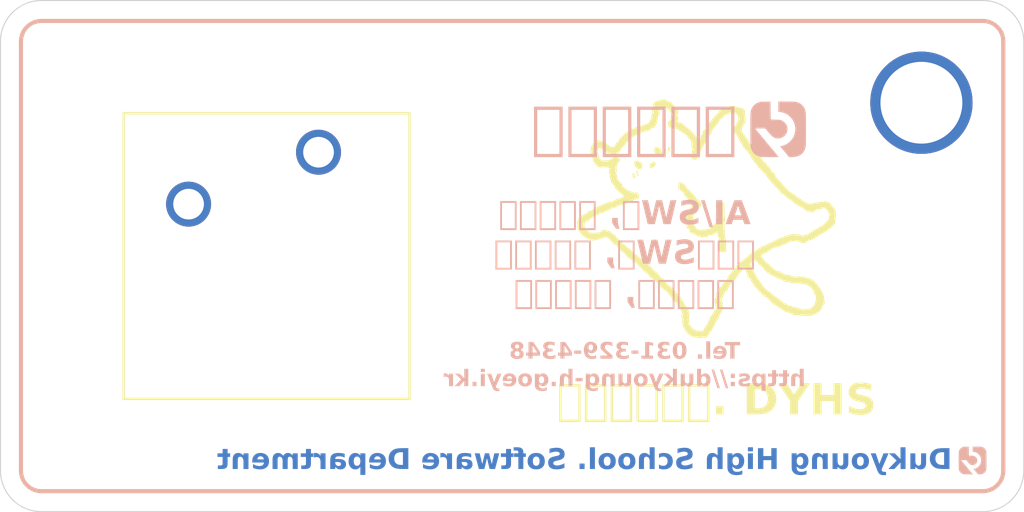
<source format=kicad_pcb>
(kicad_pcb (version 20240108) (generator "pcbnew") (generator_version "8.0")
  (layers (0 "F.Cu" signal) (31 "B.Cu" signal) (34 "B.Paste" user) (35 "F.Paste" user) (36 "B.SilkS" user "B.Silkscreen") (37 "F.SilkS" user "F.Silkscreen") (38 "B.Mask" user) (39 "F.Mask" user) (44 "Edge.Cuts" user))
  (net 0 "")
  (footprint "LOGO" (layer "F.Cu") (at 165.739428 104)
    (property "Reference" "G***" (hide yes))
    (property "Value" "LOGO" (hide yes))
  )
  (footprint "Button_Switch_Keyboard:SW_Cherry_MX_1.00u_PCB" (layer "F.Cu") (at 147.54 99.42)
    (property "Reference" "SW1" (hide yes))
    (property "Value" "SW_Push" (hide yes))
    (pad "" np_thru_hole circle (at -7.62 5.08) (size 1.7 1.7) (drill 1.7) (layers "*.Cu" "*.Mask"))
    (pad "" np_thru_hole circle (at -2.54 5.08) (size 4 4) (drill 4) (layers "*.Cu" "*.Mask"))
    (pad "" np_thru_hole circle (at 2.54 5.08) (size 1.7 1.7) (drill 1.7) (layers "*.Cu" "*.Mask"))
    (pad "1" thru_hole circle (at 0 0) (size 2.2 2.2) (drill 1.5) (layers "*.Cu" "*.Mask"))
    (pad "2" thru_hole circle (at -6.35 2.54) (size 2.2 2.2) (drill 1.5) (layers "*.Cu" "*.Mask"))
  )
  (footprint "LOGO" (layer "B.Cu") (at 170 98.3 180)
    (property "Reference" "G***" (hide yes))
    (property "Value" "LOGO" (hide yes))
  )
  (footprint "LOGO" (layer "B.Cu") (at 179.5 114.5 180)
    (property "Reference" "G***" (hide yes))
    (property "Value" "LOGO" (hide yes))
  )
  (gr_line (start 181 94) (end 181 115) (stroke (width 0.2)) (layer "B.SilkS"))
  (gr_arc (start 180 93) (mid 180.707107 93.292893) (end 181 94) (stroke (width 0.2)) (layer "B.SilkS"))
  (gr_line (start 180 116) (end 134 116) (stroke (width 0.2)) (layer "B.SilkS"))
  (gr_arc (start 181 115) (mid 180.707107 115.707107) (end 180 116) (stroke (width 0.2)) (layer "B.SilkS"))
  (gr_arc (start 134 116) (mid 133.292892 115.707107) (end 133 115) (stroke (width 0.2)) (layer "B.SilkS"))
  (gr_line (start 133 115) (end 133 94) (stroke (width 0.2)) (layer "B.SilkS"))
  (gr_line (start 134 93) (end 180 93) (stroke (width 0.2)) (layer "B.SilkS"))
  (gr_arc (start 133 94) (mid 133.292893 93.292893) (end 134 93) (stroke (width 0.2)) (layer "B.SilkS"))
  (gr_line (start 180 116) (end 134 116) (stroke (width 0.2)) (layer "F.SilkS"))
  (gr_arc (start 134 116) (mid 133.292893 115.707107) (end 133 115) (stroke (width 0.2)) (layer "F.SilkS"))
  (gr_arc (start 133 94) (mid 133.292893 93.292893) (end 134 93) (stroke (width 0.2)) (layer "F.SilkS"))
  (gr_line (start 181 94) (end 181 115) (stroke (width 0.2)) (layer "F.SilkS"))
  (gr_arc (start 181 115) (mid 180.707107 115.707107) (end 180 116) (stroke (width 0.2)) (layer "F.SilkS"))
  (gr_line (start 133 115) (end 133 94) (stroke (width 0.2)) (layer "F.SilkS"))
  (gr_arc (start 180 93) (mid 180.707107 93.292893) (end 181 94) (stroke (width 0.2)) (layer "F.SilkS"))
  (gr_line (start 134 93) (end 180 93) (stroke (width 0.2)) (layer "F.SilkS"))
  (gr_arc (start 132 94) (mid 132.585786 92.585786) (end 134 92) (stroke (width 0.05)) (layer "Edge.Cuts"))
  (gr_line (start 132 115) (end 132 94) (stroke (width 0.05)) (layer "Edge.Cuts"))
  (gr_arc (start 134 117) (mid 132.585786 116.414214) (end 132 115) (stroke (width 0.05)) (layer "Edge.Cuts"))
  (gr_line (start 134 92) (end 180 92) (stroke (width 0.05)) (layer "Edge.Cuts"))
  (gr_line (start 182 94) (end 182 115) (stroke (width 0.05)) (layer "Edge.Cuts"))
  (gr_arc (start 180 92) (mid 181.414214 92.585786) (end 182 94) (stroke (width 0.05)) (layer "Edge.Cuts"))
  (gr_line (start 180 117) (end 134 117) (stroke (width 0.05)) (layer "Edge.Cuts"))
  (gr_arc (start 182 115) (mid 181.414214 116.414214) (end 180 117) (stroke (width 0.05)) (layer "Edge.Cuts"))
  (gr_text "소프트웨어부" (at 162.5 112.5 0) (layer "B.Cu") (effects (font (size 1.5 1.5) (thickness 0.3) (bold yes)) (justify left bottom)))
  (gr_text "소프트웨어부" (at 166.5 112.5 0) (layer "B.Cu") (effects (font (size 1.5 1.5) (thickness 0.3) (bold yes)) (justify left bottom mirror)))
  (gr_text "Dukyoung High School. Software Department" (at 178.5 114.5 0) (layer "B.Cu") (effects (font (size 1 1) (thickness 0.2) (bold yes)) (justify left mirror)))
  (gr_text "덕영고등학교" (at 168 99.5 0) (layer "B.SilkS") (effects (font (size 2 2) (thickness 0.3) (bold yes)) (justify left bottom mirror)))
  (gr_text "AI/SW과, 정보보안과\n그래픽SW과, 경영회계과\n빅데이터과, 보건간호과" (at 162.5 107 0) (layer "B.SilkS") (effects (font (size 1.15 1.15) (thickness 0.25) (bold yes)) (justify bottom mirror)))
  (gr_text "Tel. 031-329-4348\nhttps://dukyoung-h.goeyi.kr" (at 162.5 111 0) (layer "B.SilkS") (effects (font (size 0.8 0.8) (thickness 0.125) (bold yes)) (justify bottom mirror)))
  (gr_text "덕영고등학교. DYHS" (at 167 112.5 0) (layer "F.SilkS") (effects (font (size 1.5 1.5) (thickness 0.3) (bold yes)) (justify bottom)))
  (via (at 177 97) (size 5) (drill 4) (layers "F.Cu" "B.Cu") (net 0))
)
</source>
